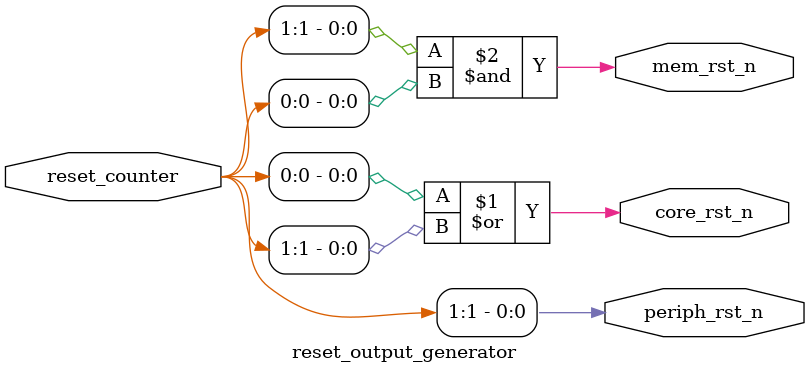
<source format=sv>
module multi_domain_reset_controller(
    input  wire clk,
    input  wire global_rst_n,
    input  wire por_n,
    input  wire ext_n,
    input  wire wdt_n,
    input  wire sw_n,
    output wire core_rst_n,
    output wire periph_rst_n,
    output wire mem_rst_n
);

    // Internal signal for aggregated async reset
    wire reset_active;
    // Internal signal for reset counter
    wire [1:0] reset_counter;

    // Reset Source Aggregator: Combines all reset sources into one active signal
    reset_source_aggregator u_reset_source_aggregator (
        .por_n     (por_n),
        .ext_n     (ext_n),
        .wdt_n     (wdt_n),
        .sw_n      (sw_n),
        .reset_active(reset_active)
    );

    // Reset Sequence Counter: Generates a counter based on reset conditions
    reset_sequence_counter u_reset_sequence_counter (
        .clk            (clk),
        .global_rst_n   (global_rst_n),
        .reset_active   (reset_active),
        .reset_counter  (reset_counter)
    );

    // Reset Output Generator: Decodes the counter into the three reset outputs
    reset_output_generator u_reset_output_generator (
        .reset_counter  (reset_counter),
        .core_rst_n     (core_rst_n),
        .periph_rst_n   (periph_rst_n),
        .mem_rst_n      (mem_rst_n)
    );

endmodule

//------------------------------------------------------------------------------
// Submodule: reset_source_aggregator
// Description: Aggregates all asynchronous reset sources into a single signal
//------------------------------------------------------------------------------
module reset_source_aggregator (
    input  wire por_n,
    input  wire ext_n,
    input  wire wdt_n,
    input  wire sw_n,
    output wire reset_active
);
    assign reset_active = ~(por_n & ext_n & wdt_n & sw_n);
endmodule

//------------------------------------------------------------------------------
// Submodule: reset_sequence_counter
// Description: Synchronous counter for reset sequencing based on reset activity
//------------------------------------------------------------------------------
module reset_sequence_counter (
    input  wire       clk,
    input  wire       global_rst_n,
    input  wire       reset_active,
    output reg [1:0]  reset_counter
);
    always @(posedge clk or negedge global_rst_n) begin
        if (!global_rst_n) begin
            reset_counter <= 2'b00;
        end else if (reset_active) begin
            reset_counter <= 2'b00;
        end else begin
            reset_counter <= (reset_counter[1] & reset_counter[0]) ? 2'b11 : reset_counter + 1'b1;
        end
    end
endmodule

//------------------------------------------------------------------------------
// Submodule: reset_output_generator
// Description: Decodes the reset_counter to generate domain-specific reset signals
//------------------------------------------------------------------------------
module reset_output_generator (
    input  wire [1:0] reset_counter,
    output wire       core_rst_n,
    output wire       periph_rst_n,
    output wire       mem_rst_n
);
    assign core_rst_n   = reset_counter[0] | reset_counter[1];
    assign periph_rst_n = reset_counter[1];
    assign mem_rst_n    = reset_counter[1] & reset_counter[0];
endmodule
</source>
